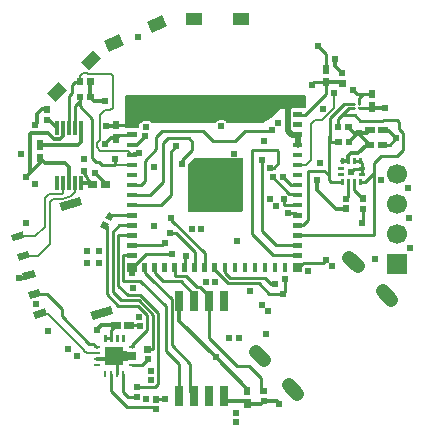
<source format=gtl>
G04 Layer: TopLayer*
G04 EasyEDA v6.5.5, 2022-05-23 17:46:57*
G04 b170b76dcbfd4e769ccdd405e25ecab7,c17a8ced473b4d519dda31697e0e54b6,10*
G04 Gerber Generator version 0.2*
G04 Scale: 100 percent, Rotated: No, Reflected: No *
G04 Dimensions in inches *
G04 leading zeros omitted , absolute positions ,3 integer and 6 decimal *
%FSLAX36Y36*%
%MOIN*%

%ADD10C,0.0084*%
%ADD11C,0.0100*%
%ADD12C,0.0120*%
%ADD13C,0.0080*%
%ADD14C,0.0060*%
%ADD15C,0.0124*%
%ADD16C,0.0140*%
%ADD17C,0.0104*%
%ADD18C,0.0184*%
%ADD19C,0.0144*%
%ADD20C,0.0070*%
%ADD21C,0.0240*%
%ADD27R,0.0280X0.0685*%
%ADD29R,0.0213X0.0223*%
%ADD30R,0.0236X0.0098*%
%ADD31R,0.0098X0.0236*%
%ADD32R,0.0591X0.0591*%
%ADD33R,0.0213X0.0311*%
%ADD34R,0.0118X0.0512*%
%ADD38C,0.0079*%
%ADD40R,0.0669X0.0669*%
%ADD41C,0.0669*%
%ADD42C,0.0472*%

%LPD*%
G36*
X-31220Y481920D02*
G01*
X-32740Y482200D01*
X-34040Y483060D01*
X-34920Y484360D01*
X-35240Y485880D01*
X-35880Y548400D01*
X-35500Y550560D01*
X-35500Y588180D01*
X-35200Y589720D01*
X-34320Y591020D01*
X-33040Y591880D01*
X-31500Y592180D01*
X561240Y592180D01*
X562780Y591880D01*
X564080Y591020D01*
X565280Y589800D01*
X566020Y588780D01*
X566420Y587580D01*
X566400Y552240D01*
X566100Y550700D01*
X565220Y549400D01*
X564620Y548800D01*
X563360Y547940D01*
X561840Y547640D01*
X480020Y546600D01*
X479260Y546280D01*
X461920Y523060D01*
X460900Y522100D01*
X425000Y498640D01*
X423960Y498160D01*
X422819Y497980D01*
X306560Y497840D01*
X305300Y498040D01*
X304160Y498640D01*
X303280Y499540D01*
X301600Y501960D01*
X298860Y504680D01*
X295700Y506900D01*
X292180Y508540D01*
X288460Y509540D01*
X284600Y509880D01*
X280740Y509540D01*
X277020Y508540D01*
X273500Y506900D01*
X270340Y504680D01*
X267600Y501960D01*
X265880Y499500D01*
X265000Y498579D01*
X263880Y498000D01*
X262620Y497800D01*
X102320Y497580D01*
X55020Y497180D01*
X53740Y497380D01*
X52600Y497960D01*
X48860Y501780D01*
X45700Y504000D01*
X42180Y505640D01*
X38460Y506640D01*
X34600Y506980D01*
X30740Y506640D01*
X27020Y505640D01*
X23500Y504000D01*
X20339Y501780D01*
X17600Y499060D01*
X16359Y497640D01*
X15240Y497040D01*
X14000Y496840D01*
X9520Y496800D01*
X9120Y496400D01*
X9380Y486280D01*
X9120Y484720D01*
X8260Y483380D01*
X6959Y482480D01*
X5420Y482160D01*
G37*

%LPD*%
G36*
X176200Y203380D02*
G01*
X174660Y203700D01*
X173380Y204560D01*
X172500Y205859D01*
X172200Y207380D01*
X172200Y349400D01*
X172580Y351079D01*
X173740Y353600D01*
X174740Y357340D01*
X175080Y361260D01*
X175300Y362960D01*
X176240Y364420D01*
X194020Y382220D01*
X195320Y383080D01*
X196860Y383380D01*
X352700Y383380D01*
X354240Y383080D01*
X355520Y382220D01*
X356400Y380920D01*
X356700Y379380D01*
X356700Y207380D01*
X356400Y205859D01*
X355520Y204560D01*
X354240Y203700D01*
X352700Y203380D01*
G37*

%LPD*%
G36*
X-52600Y-293620D02*
G01*
X-54140Y-293300D01*
X-55420Y-292440D01*
X-56300Y-291140D01*
X-56600Y-289620D01*
X-56600Y-266620D01*
X-56300Y-265080D01*
X-55420Y-263780D01*
X-54140Y-262920D01*
X-52600Y-262620D01*
X-29000Y-262620D01*
X-27020Y-263060D01*
X-24540Y-263340D01*
X-4020Y-263340D01*
X-2500Y-263640D01*
X-1220Y-264500D01*
X-340Y-265760D01*
X-20Y-267280D01*
X320Y-288100D01*
X20Y-289640D01*
X-840Y-290960D01*
X-2140Y-291840D01*
X-3680Y-292160D01*
X-24540Y-292160D01*
X-27020Y-292440D01*
X-29660Y-293380D01*
X-31000Y-293620D01*
G37*

%LPD*%
G36*
X198260Y380400D02*
G01*
X174640Y356780D01*
X174640Y333160D01*
X221880Y333160D01*
X221880Y380400D01*
G37*
D11*
X-144560Y293199D02*
G01*
X-162399Y311039D01*
X-162399Y319399D01*
X-172399Y329399D01*
X-172399Y337899D01*
D12*
X-356724Y-7703D02*
G01*
X-367521Y-18500D01*
X-389600Y-18500D01*
X-334899Y492099D02*
G01*
X-329700Y497299D01*
X-329700Y527699D01*
X-313659Y543739D01*
X-295799Y543739D01*
X-242590Y483319D02*
G01*
X-242590Y454209D01*
X-252399Y444399D01*
X-272899Y444399D01*
X-292899Y464399D01*
X-349399Y464399D01*
X-353464Y460334D01*
X-353464Y332934D01*
X-262269Y483319D02*
G01*
X-288609Y509659D01*
X-295799Y509659D01*
X-320299Y382439D02*
G01*
X-301760Y363899D01*
X-235600Y363899D01*
X-222899Y351199D01*
X-222899Y298279D01*
X-367500Y318899D02*
G01*
X-320299Y366099D01*
X-320299Y382439D01*
D10*
X-71180Y358729D02*
G01*
X-112680Y358629D01*
X-122380Y368329D01*
X-132280Y368329D01*
X-145280Y381329D01*
X-145280Y513129D01*
X-186180Y553929D01*
X-186180Y584429D01*
D13*
X-12370Y358759D02*
G01*
X-71180Y358759D01*
D14*
X-77579Y655729D02*
G01*
X-77579Y549719D01*
X-85600Y541699D01*
X-103100Y541699D01*
X-120500Y524299D01*
X-120500Y442899D01*
X-129799Y433599D01*
X-129799Y417999D01*
X-118299Y406499D01*
X-26649Y406499D01*
X-12370Y392219D01*
X-186080Y636729D02*
G01*
X-186080Y655729D01*
X-176080Y665729D01*
X-164080Y665729D01*
X-159080Y660729D01*
X-82579Y660729D01*
X-77579Y655729D01*
D15*
X-152079Y584429D02*
G01*
X-138980Y571329D01*
X-101279Y571329D01*
D11*
X-186139Y584399D02*
G01*
X-186139Y572159D01*
X-203220Y555079D01*
X-203220Y483319D01*
X-222889Y483319D02*
G01*
X-222889Y588209D01*
X-213900Y597199D01*
X-213900Y625000D01*
X-202200Y636699D01*
X-186040Y636699D01*
D12*
X-320299Y425359D02*
G01*
X-191940Y425359D01*
X-183530Y433769D01*
X-183530Y483319D01*
X-144560Y293199D02*
G01*
X-149639Y298279D01*
X-183519Y298279D01*
D13*
X-242590Y298279D02*
G01*
X-242590Y266109D01*
X-247500Y261199D01*
X-290600Y261199D01*
X-304099Y247699D01*
X-304099Y152699D01*
X-335834Y120964D01*
X-393609Y120964D01*
X-203180Y298329D02*
G01*
X-203180Y267929D01*
X-215280Y255929D01*
X-223999Y252799D01*
X-246080Y245729D01*
X-276480Y245729D01*
X-286880Y235329D01*
X-286880Y96829D01*
X-327079Y56629D01*
X-375180Y56629D01*
X-131080Y-267970D02*
G01*
X-164579Y-267970D01*
X-171379Y-261070D01*
X-171379Y-256370D01*
X-291379Y-136370D01*
X-319780Y-136370D01*
D10*
X-131080Y-248270D02*
G01*
X-142879Y-236370D01*
X-155979Y-236370D01*
X-246180Y-146170D01*
X-246180Y-120670D01*
X-294780Y-72070D01*
X-338280Y-72070D01*
D16*
X-152079Y584429D02*
G01*
X-151980Y636729D01*
D10*
X144219Y-410870D02*
G01*
X142920Y-409570D01*
X142920Y-305170D01*
X99319Y-261570D01*
X99319Y-110770D01*
X15119Y-26570D01*
X-41580Y-26570D01*
X-41580Y-13370D01*
D17*
X-12371Y16238D02*
G01*
X32588Y61199D01*
X120100Y61199D01*
X-12380Y224929D02*
G01*
X84819Y224929D01*
X117619Y257729D01*
X117619Y402829D01*
X135320Y420529D01*
X152920Y361229D02*
G01*
X152920Y374429D01*
X188519Y410029D01*
X188519Y435529D01*
X175519Y448529D01*
X105519Y448529D01*
X89520Y432529D01*
X89520Y302029D01*
X45919Y258329D01*
X-12380Y258329D01*
D10*
X118620Y182429D02*
G01*
X118620Y176129D01*
X229719Y65029D01*
X229719Y16229D01*
D15*
X372020Y-437370D02*
G01*
X361920Y-427170D01*
X294219Y-427170D01*
X294219Y-410870D01*
D10*
X194219Y-96270D02*
G01*
X194219Y-73070D01*
X150119Y-28870D01*
X90219Y-28870D01*
X62420Y-1170D01*
X62420Y16229D01*
X-12947Y-307269D02*
G01*
X21471Y-307269D01*
X39099Y-289640D01*
X-42547Y-336859D02*
G01*
X-42547Y-399298D01*
X-26905Y-414940D01*
X2899Y-414940D01*
D15*
X708320Y371329D02*
G01*
X708220Y390129D01*
X716019Y397929D01*
X741620Y397929D01*
X768819Y425129D01*
X779319Y425129D01*
X688670Y371349D02*
G01*
X708360Y371349D01*
D10*
X757618Y246868D02*
G01*
X728040Y276446D01*
X728040Y302449D01*
X701401Y246739D02*
G01*
X708360Y253696D01*
X708360Y302449D01*
X877820Y502229D02*
G01*
X872020Y508029D01*
X824819Y508029D01*
X823320Y506529D01*
X747319Y506529D01*
X728819Y524929D01*
X687020Y524929D01*
X673760Y484699D02*
G01*
X673760Y511657D01*
X709131Y547029D01*
X727427Y547029D01*
X538819Y291829D02*
G01*
X515718Y291829D01*
X490399Y317148D01*
X490399Y318799D01*
D11*
X-65379Y447669D02*
G01*
X-53900Y459149D01*
X-12370Y459149D01*
D10*
X538819Y191429D02*
G01*
X530949Y199299D01*
X508699Y199299D01*
X-81880Y-336870D02*
G01*
X-81880Y-393970D01*
X-28879Y-446970D01*
X67020Y-446970D01*
X67020Y-456070D01*
X-87280Y186256D02*
G01*
X-82097Y191439D01*
X-12370Y191439D01*
X98000Y-422700D02*
G01*
X95801Y-422700D01*
X95001Y-421900D01*
X91738Y-421959D01*
X66998Y-421959D01*
X96199Y98999D02*
G01*
X88239Y91039D01*
X-12370Y91039D01*
D15*
X688400Y630359D02*
G01*
X684989Y633769D01*
X634120Y633769D01*
D17*
X588000Y626399D02*
G01*
X595370Y633769D01*
X634120Y633769D01*
X-12371Y425689D02*
G01*
X1090Y425689D01*
X29799Y454399D01*
D10*
X421319Y376529D02*
G01*
X421319Y138129D01*
X468320Y91029D01*
X538819Y91029D01*
D17*
X-65379Y490589D02*
G01*
X-63350Y492619D01*
X-12370Y492619D01*
D15*
X-131049Y-287640D02*
G01*
X-81840Y-287640D01*
X-71999Y-277800D01*
X-65379Y490628D02*
G01*
X-67509Y488499D01*
X-98800Y488499D01*
D10*
X162827Y16238D02*
G01*
X162827Y52127D01*
X167100Y56399D01*
X113800Y133299D02*
G01*
X113800Y132430D01*
X134020Y132430D01*
X196319Y70130D01*
X196319Y16229D01*
X497500Y-20000D02*
G01*
X497500Y-63000D01*
X489200Y-71300D01*
X489200Y-71300D02*
G01*
X445200Y-71300D01*
X409399Y-35500D01*
X306400Y-35500D01*
X263220Y7679D01*
X263220Y16239D01*
X464020Y-38670D02*
G01*
X451120Y-38670D01*
X431419Y-18970D01*
X314920Y-18970D01*
X296719Y-770D01*
X296719Y16229D01*
X244219Y-96270D02*
G01*
X244219Y-78770D01*
X213620Y-48170D01*
X202420Y-48170D01*
X166920Y-12670D01*
X129319Y-12670D01*
X129319Y16229D01*
X425420Y-394930D02*
G01*
X415799Y-385310D01*
X415799Y-349700D01*
X377200Y-311100D01*
X338000Y-311100D01*
X244219Y-217320D01*
X244219Y-96280D01*
D18*
X538810Y425689D02*
G01*
X538810Y459149D01*
X538810Y459149D02*
G01*
X519049Y459149D01*
X505500Y472699D01*
X505500Y559389D01*
X497470Y567419D01*
D10*
X747719Y302429D02*
G01*
X762920Y302429D01*
X793019Y332529D01*
X793019Y364529D01*
X815919Y387429D01*
X869319Y387429D01*
X891319Y409429D01*
X891319Y466729D01*
X877820Y480229D01*
X877820Y502229D01*
D17*
X752650Y327059D02*
G01*
X752650Y346739D01*
X728040Y371349D02*
G01*
X747730Y371349D01*
X747730Y371349D02*
G01*
X752650Y366429D01*
X752650Y346739D01*
X752650Y346739D02*
G01*
X728040Y346739D01*
X718199Y336899D01*
X538810Y16239D02*
G01*
X541940Y16239D01*
X559300Y33599D01*
X624076Y33599D01*
X632226Y41749D01*
X634121Y676690D02*
G01*
X634121Y728777D01*
X607500Y755399D01*
D10*
X787100Y552039D02*
G01*
X782089Y547029D01*
X743170Y547029D01*
X743170Y562769D02*
G01*
X743170Y582269D01*
X755860Y594959D01*
X787100Y594959D01*
X724899Y607799D02*
G01*
X737740Y594959D01*
X787100Y594959D01*
X754300Y166299D02*
G01*
X757619Y169619D01*
X757619Y212789D01*
D19*
X144219Y-96280D02*
G01*
X144219Y-160820D01*
X265399Y-282000D01*
X265399Y-282000D02*
G01*
X372020Y-388620D01*
X372020Y-394410D01*
X-101639Y293199D02*
G01*
X-101639Y297989D01*
X-135379Y331729D01*
D10*
X39120Y-255570D02*
G01*
X57020Y-255570D01*
X57020Y-139670D01*
X9620Y-92270D01*
X-48379Y-92270D01*
X-77280Y-63570D01*
X-77280Y136129D01*
X-55379Y157929D01*
X-12380Y157929D01*
D17*
X-23339Y-175800D02*
G01*
X11300Y-175800D01*
X12500Y-177000D01*
D10*
X822259Y425099D02*
G01*
X846199Y425099D01*
X868400Y447299D01*
X823639Y474869D02*
G01*
X840829Y474869D01*
X868400Y447299D01*
X-62240Y-336860D02*
G01*
X-62240Y-287560D01*
X-71999Y-277800D01*
X793019Y332529D02*
G01*
X793019Y125229D01*
X548819Y125229D01*
D17*
X634120Y633729D02*
G01*
X634120Y596529D01*
X563720Y526129D01*
X538819Y526129D01*
D10*
X-101610Y-218750D02*
G01*
X-81920Y-218750D01*
X-81920Y-218750D02*
G01*
X-81920Y-191460D01*
X-66260Y-175800D01*
D15*
X-131099Y-192000D02*
G01*
X-114899Y-175800D01*
X-66260Y-175800D01*
X710039Y434499D02*
G01*
X741040Y465499D01*
X743400Y465499D01*
X707839Y484699D02*
G01*
X727039Y465499D01*
X743400Y465499D01*
X780720Y474869D02*
G01*
X771350Y465499D01*
X743400Y465499D01*
X779340Y425099D02*
G01*
X743400Y461039D01*
X743400Y465499D01*
X787100Y552039D02*
G01*
X792139Y546999D01*
X828900Y546999D01*
X688398Y664439D02*
G01*
X663900Y688938D01*
X663900Y711999D01*
X478599Y-438200D02*
G01*
X469409Y-429010D01*
X425420Y-429010D01*
X425420Y-429010D02*
G01*
X417100Y-437330D01*
X372020Y-437330D01*
X701400Y212659D02*
G01*
X666639Y212659D01*
X603000Y276299D01*
X603000Y309599D01*
X-101599Y427599D02*
G01*
X-81530Y447669D01*
X-65379Y447669D01*
D10*
X2920Y-380870D02*
G01*
X64219Y-380870D01*
X74719Y-370370D01*
X74719Y-135470D01*
X14520Y-75270D01*
X-27179Y-75270D01*
X-58779Y-43670D01*
X-58779Y124529D01*
X-12380Y124529D01*
X53800Y-24200D02*
G01*
X29020Y-1870D01*
X29020Y16229D01*
X194219Y-410870D02*
G01*
X181220Y-397870D01*
X181220Y-304370D01*
X119219Y-242370D01*
X119219Y-89170D01*
X55219Y-25170D01*
X42619Y-13470D01*
X538819Y224930D02*
G01*
X494700Y224930D01*
X494700Y243999D01*
X638819Y328729D02*
G01*
X627319Y340229D01*
X574819Y340229D01*
X574819Y176529D01*
X558419Y158429D01*
X538819Y157929D01*
X538819Y258328D02*
G01*
X538819Y263328D01*
X510870Y263328D01*
X456000Y318199D01*
X-41580Y-13370D02*
G01*
X-41599Y57500D01*
X-12380Y57529D01*
X-12979Y-248170D02*
G01*
X-12979Y-240370D01*
X36920Y-190470D01*
X36920Y-140570D01*
X6520Y-110170D01*
X-58379Y-110170D01*
X-97879Y-70670D01*
X-97879Y156729D01*
X-104279Y156729D01*
X-12370Y392219D02*
G01*
X-7290Y397299D01*
X11099Y397299D01*
X-68500Y378999D02*
G01*
X-71180Y376319D01*
X-71180Y358759D01*
D17*
X445699Y350199D02*
G01*
X459299Y350199D01*
X474898Y365799D01*
X474898Y405299D01*
X470895Y409300D01*
X386899Y409300D01*
X386899Y128699D01*
X458019Y57579D01*
X538810Y57579D01*
X452719Y476629D02*
G01*
X446620Y470529D01*
X362319Y470529D01*
X329219Y437429D01*
X256819Y437429D01*
X223720Y470529D01*
X86719Y470529D01*
X66719Y450529D01*
X66719Y410929D01*
X28819Y373029D01*
X28819Y304129D01*
X16520Y291829D01*
X-12380Y291829D01*
D20*
X538810Y358759D02*
G01*
X565860Y358759D01*
X583400Y376299D01*
X583400Y495299D01*
X597399Y509299D01*
D10*
X727420Y562729D02*
G01*
X693320Y562729D01*
X645519Y514929D01*
X645519Y434529D01*
X675919Y434529D01*
X688620Y302429D02*
G01*
X651920Y302429D01*
X644319Y310029D01*
X644319Y450729D01*
X645519Y461729D01*
D20*
X597398Y509300D02*
G01*
X619697Y509300D01*
X660100Y549701D01*
X660100Y598999D01*
G36*
X-28119Y583169D02*
G01*
X3379Y583169D01*
X3379Y551669D01*
X-28119Y551669D01*
G37*
G36*
X-28119Y31989D02*
G01*
X3379Y31989D01*
X3379Y489D01*
X-28119Y489D01*
G37*
G36*
X523059Y583169D02*
G01*
X554560Y583169D01*
X554560Y551669D01*
X523059Y551669D01*
G37*
G36*
X523059Y31989D02*
G01*
X554560Y31989D01*
X554560Y489D01*
X523059Y489D01*
G37*
G36*
X-28119Y533954D02*
G01*
X3379Y533954D01*
X3379Y518204D01*
X-28119Y518204D01*
G37*
G36*
X-28119Y500494D02*
G01*
X3379Y500494D01*
X3379Y484744D01*
X-28119Y484744D01*
G37*
G36*
X-28119Y467024D02*
G01*
X3379Y467024D01*
X3379Y451274D01*
X-28119Y451274D01*
G37*
G36*
X-28119Y433564D02*
G01*
X3379Y433564D01*
X3379Y417814D01*
X-28119Y417814D01*
G37*
G36*
X-28119Y400094D02*
G01*
X3379Y400094D01*
X3379Y384344D01*
X-28119Y384344D01*
G37*
G36*
X-28119Y366634D02*
G01*
X3379Y366634D01*
X3379Y350884D01*
X-28119Y350884D01*
G37*
G36*
X-28119Y333164D02*
G01*
X3379Y333164D01*
X3379Y317414D01*
X-28119Y317414D01*
G37*
G36*
X-28119Y299704D02*
G01*
X3379Y299704D01*
X3379Y283954D01*
X-28119Y283954D01*
G37*
G36*
X-28119Y266244D02*
G01*
X3379Y266244D01*
X3379Y250494D01*
X-28119Y250494D01*
G37*
G36*
X-28119Y232774D02*
G01*
X3379Y232774D01*
X3379Y217024D01*
X-28119Y217024D01*
G37*
G36*
X-28119Y199314D02*
G01*
X3379Y199314D01*
X3379Y183564D01*
X-28119Y183564D01*
G37*
G36*
X-28119Y165844D02*
G01*
X3379Y165844D01*
X3379Y150094D01*
X-28119Y150094D01*
G37*
G36*
X-28119Y132384D02*
G01*
X3379Y132384D01*
X3379Y116634D01*
X-28119Y116634D01*
G37*
G36*
X-28119Y98914D02*
G01*
X3379Y98914D01*
X3379Y83164D01*
X-28119Y83164D01*
G37*
G36*
X-28119Y65454D02*
G01*
X3379Y65454D01*
X3379Y49704D01*
X-28119Y49704D01*
G37*
G36*
X21090Y31989D02*
G01*
X36840Y31989D01*
X36840Y489D01*
X21090Y489D01*
G37*
G36*
X54560Y31989D02*
G01*
X70309Y31989D01*
X70309Y489D01*
X54560Y489D01*
G37*
G36*
X88019Y31989D02*
G01*
X103770Y31989D01*
X103770Y489D01*
X88019Y489D01*
G37*
G36*
X121490Y31989D02*
G01*
X137240Y31989D01*
X137240Y489D01*
X121490Y489D01*
G37*
G36*
X154949Y31989D02*
G01*
X170699Y31989D01*
X170699Y489D01*
X154949Y489D01*
G37*
G36*
X188419Y31989D02*
G01*
X204160Y31989D01*
X204160Y489D01*
X188419Y489D01*
G37*
G36*
X221880Y31989D02*
G01*
X237629Y31989D01*
X237629Y489D01*
X221880Y489D01*
G37*
G36*
X255349Y31989D02*
G01*
X271090Y31989D01*
X271090Y489D01*
X255349Y489D01*
G37*
G36*
X288810Y31989D02*
G01*
X304560Y31989D01*
X304560Y489D01*
X288810Y489D01*
G37*
G36*
X322280Y31989D02*
G01*
X338019Y31989D01*
X338019Y489D01*
X322280Y489D01*
G37*
G36*
X355739Y31989D02*
G01*
X371490Y31989D01*
X371490Y489D01*
X355739Y489D01*
G37*
G36*
X389200Y31989D02*
G01*
X404949Y31989D01*
X404949Y489D01*
X389200Y489D01*
G37*
G36*
X422669Y31989D02*
G01*
X438419Y31989D01*
X438419Y489D01*
X422669Y489D01*
G37*
G36*
X456130Y31989D02*
G01*
X471880Y31989D01*
X471880Y489D01*
X456130Y489D01*
G37*
G36*
X489600Y31989D02*
G01*
X505349Y31989D01*
X505349Y489D01*
X489600Y489D01*
G37*
G36*
X523059Y65454D02*
G01*
X554560Y65454D01*
X554560Y49704D01*
X523059Y49704D01*
G37*
G36*
X523059Y98914D02*
G01*
X554560Y98914D01*
X554560Y83164D01*
X523059Y83164D01*
G37*
G36*
X523059Y132384D02*
G01*
X554560Y132384D01*
X554560Y116634D01*
X523059Y116634D01*
G37*
G36*
X523059Y165844D02*
G01*
X554560Y165844D01*
X554560Y150094D01*
X523059Y150094D01*
G37*
G36*
X523059Y199314D02*
G01*
X554560Y199314D01*
X554560Y183564D01*
X523059Y183564D01*
G37*
G36*
X523059Y232774D02*
G01*
X554560Y232774D01*
X554560Y217024D01*
X523059Y217024D01*
G37*
G36*
X523059Y266244D02*
G01*
X554560Y266244D01*
X554560Y250494D01*
X523059Y250494D01*
G37*
G36*
X523059Y299704D02*
G01*
X554560Y299704D01*
X554560Y283954D01*
X523059Y283954D01*
G37*
G36*
X523059Y333164D02*
G01*
X554560Y333164D01*
X554560Y317414D01*
X523059Y317414D01*
G37*
G36*
X523059Y366634D02*
G01*
X554560Y366634D01*
X554560Y350884D01*
X523059Y350884D01*
G37*
G36*
X523059Y400094D02*
G01*
X554560Y400094D01*
X554560Y384344D01*
X523059Y384344D01*
G37*
G36*
X523059Y433564D02*
G01*
X554560Y433564D01*
X554560Y417814D01*
X523059Y417814D01*
G37*
G36*
X523059Y467024D02*
G01*
X554560Y467024D01*
X554560Y451274D01*
X523059Y451274D01*
G37*
G36*
X523059Y500494D02*
G01*
X554560Y500494D01*
X554560Y484744D01*
X523059Y484744D01*
G37*
G36*
X523059Y533954D02*
G01*
X554560Y533954D01*
X554560Y518204D01*
X523059Y518204D01*
G37*
G36*
X489600Y583169D02*
G01*
X505349Y583169D01*
X505349Y551669D01*
X489600Y551669D01*
G37*
G36*
X456130Y583169D02*
G01*
X471880Y583169D01*
X471880Y551669D01*
X456130Y551669D01*
G37*
G36*
X422669Y583169D02*
G01*
X438419Y583169D01*
X438419Y551669D01*
X422669Y551669D01*
G37*
G36*
X389200Y583169D02*
G01*
X404949Y583169D01*
X404949Y551669D01*
X389200Y551669D01*
G37*
G36*
X355739Y583169D02*
G01*
X371490Y583169D01*
X371490Y551669D01*
X355739Y551669D01*
G37*
G36*
X322280Y583169D02*
G01*
X338019Y583169D01*
X338019Y551669D01*
X322280Y551669D01*
G37*
G36*
X288810Y583169D02*
G01*
X304560Y583169D01*
X304560Y551669D01*
X288810Y551669D01*
G37*
G36*
X255349Y583169D02*
G01*
X271090Y583169D01*
X271090Y551669D01*
X255349Y551669D01*
G37*
G36*
X221880Y583169D02*
G01*
X237629Y583169D01*
X237629Y551669D01*
X221880Y551669D01*
G37*
G36*
X188419Y583169D02*
G01*
X204160Y583169D01*
X204160Y551669D01*
X188419Y551669D01*
G37*
G36*
X154949Y583169D02*
G01*
X170699Y583169D01*
X170699Y551669D01*
X154949Y551669D01*
G37*
G36*
X121490Y583169D02*
G01*
X137240Y583169D01*
X137240Y551669D01*
X121490Y551669D01*
G37*
G36*
X88019Y583169D02*
G01*
X103770Y583169D01*
X103770Y551669D01*
X88019Y551669D01*
G37*
G36*
X54560Y583169D02*
G01*
X70309Y583169D01*
X70309Y551669D01*
X54560Y551669D01*
G37*
G36*
X21090Y583169D02*
G01*
X36840Y583169D01*
X36840Y551669D01*
X21090Y551669D01*
G37*
G36*
X239600Y315449D02*
G01*
X286840Y315449D01*
X286840Y268209D01*
X239600Y268209D01*
G37*
G36*
X239600Y380409D02*
G01*
X286840Y380409D01*
X286840Y333169D01*
X239600Y333169D01*
G37*
G36*
X304560Y380409D02*
G01*
X351800Y380409D01*
X351800Y333169D01*
X304560Y333169D01*
G37*
G36*
X304560Y315449D02*
G01*
X351800Y315449D01*
X351800Y268209D01*
X304560Y268209D01*
G37*
G36*
X304560Y250489D02*
G01*
X351800Y250489D01*
X351800Y203249D01*
X304560Y203249D01*
G37*
G36*
X239600Y250489D02*
G01*
X286840Y250489D01*
X286840Y203249D01*
X239600Y203249D01*
G37*
G36*
X174639Y250489D02*
G01*
X221880Y250489D01*
X221880Y203249D01*
X174639Y203249D01*
G37*
G36*
X174639Y315449D02*
G01*
X221880Y315449D01*
X221880Y268209D01*
X174639Y268209D01*
G37*
G36*
X-179562Y224334D02*
G01*
X-247685Y204799D01*
X-255284Y231292D01*
X-187156Y250828D01*
G37*
G36*
X-75924Y-137087D02*
G01*
X-144049Y-156622D01*
X-151647Y-130130D01*
X-83522Y-110595D01*
G37*
G36*
X-352992Y50706D02*
G01*
X-390837Y39854D01*
X-397346Y62559D01*
X-359502Y73412D01*
G37*
G36*
X-334543Y-13630D02*
G01*
X-372388Y-24483D01*
X-378897Y-1777D01*
X-341054Y9075D01*
G37*
G36*
X-316098Y-77958D02*
G01*
X-353942Y-88810D01*
X-360452Y-66106D01*
X-322608Y-55253D01*
G37*
G36*
X-297649Y-142295D02*
G01*
X-335493Y-153148D01*
X-342006Y-130442D01*
X-304160Y-119589D01*
G37*
G36*
X-371437Y115034D02*
G01*
X-409282Y104181D01*
X-415792Y126886D01*
X-377947Y137740D01*
G37*
D27*
G01*
X294219Y-96280D03*
G01*
X244219Y-96280D03*
G01*
X194219Y-96280D03*
G01*
X144219Y-96280D03*
G01*
X144219Y-410870D03*
G01*
X194219Y-410870D03*
G01*
X244219Y-410870D03*
G01*
X294219Y-410870D03*
G36*
X698905Y423869D02*
G01*
X698905Y445129D01*
X721175Y445129D01*
X721175Y423869D01*
G37*
G36*
X687093Y423869D02*
G01*
X687093Y445129D01*
X664825Y445129D01*
X664825Y423869D01*
G37*
G36*
X696706Y474069D02*
G01*
X696706Y495329D01*
X718975Y495329D01*
X718975Y474069D01*
G37*
G36*
X684894Y474069D02*
G01*
X684894Y495329D01*
X662624Y495329D01*
X662624Y474069D01*
G37*
G36*
X-163194Y573769D02*
G01*
X-163194Y595029D01*
X-140924Y595029D01*
X-140924Y573769D01*
G37*
G36*
X-175006Y573769D02*
G01*
X-175006Y595029D01*
X-197274Y595029D01*
X-197274Y573769D01*
G37*
G36*
X-163094Y626069D02*
G01*
X-163094Y647329D01*
X-140825Y647329D01*
X-140825Y626069D01*
G37*
G36*
X-174906Y626069D02*
G01*
X-174906Y647329D01*
X-197174Y647329D01*
X-197174Y626069D01*
G37*
G36*
X77629Y-433094D02*
G01*
X56369Y-433094D01*
X56369Y-410825D01*
X77629Y-410825D01*
G37*
D29*
G01*
X66999Y-456040D03*
D30*
G01*
X-12950Y-307270D03*
G01*
X-12950Y-287580D03*
G01*
X-12950Y-267900D03*
G01*
X-12950Y-248210D03*
G36*
X-47475Y-206934D02*
G01*
X-37632Y-206934D01*
X-37632Y-230556D01*
X-47475Y-230556D01*
G37*
G36*
X-67160Y-206934D02*
G01*
X-57317Y-206934D01*
X-57317Y-230556D01*
X-67160Y-230556D01*
G37*
G36*
X-86845Y-206935D02*
G01*
X-77003Y-206935D01*
X-77003Y-230557D01*
X-86845Y-230557D01*
G37*
G36*
X-106530Y-206934D02*
G01*
X-96688Y-206934D01*
X-96688Y-230556D01*
X-106530Y-230556D01*
G37*
G01*
X-131059Y-248270D03*
G01*
X-131059Y-267960D03*
G01*
X-131059Y-287640D03*
G01*
X-131059Y-307270D03*
D31*
G01*
X-101610Y-336860D03*
G01*
X-81920Y-336860D03*
G01*
X-62240Y-336860D03*
G01*
X-42550Y-336860D03*
D32*
G01*
X-71999Y-277800D03*
G36*
X-76009Y463223D02*
G01*
X-54750Y463223D01*
X-54750Y432117D01*
X-76009Y432117D01*
G37*
D33*
G01*
X-65379Y490589D03*
D34*
G01*
X-183530Y483319D03*
G01*
X-203220Y483319D03*
G01*
X-222889Y483319D03*
G01*
X-242590Y483319D03*
G01*
X-262269Y483319D03*
G01*
X-262259Y298279D03*
G01*
X-242590Y298279D03*
G01*
X-222899Y298279D03*
G01*
X-203220Y298279D03*
G01*
X-183519Y298279D03*
G36*
X644750Y661135D02*
G01*
X623490Y661135D01*
X623490Y692241D01*
X644750Y692241D01*
G37*
D33*
G01*
X634120Y633769D03*
G36*
X361390Y-421776D02*
G01*
X382650Y-421776D01*
X382650Y-452882D01*
X361390Y-452882D01*
G37*
G01*
X372020Y-394410D03*
G36*
X-129005Y303829D02*
G01*
X-129005Y282569D01*
X-160111Y282569D01*
X-160111Y303829D01*
G37*
G36*
X-117193Y303829D02*
G01*
X-117193Y282569D01*
X-86087Y282569D01*
X-86087Y303829D01*
G37*
G36*
X-309669Y409805D02*
G01*
X-330929Y409805D01*
X-330929Y440911D01*
X-309669Y440911D01*
G37*
G01*
X-320299Y382439D03*
G36*
X436049Y-406064D02*
G01*
X414790Y-406064D01*
X414790Y-383795D01*
X436049Y-383795D01*
G37*
D29*
G01*
X425420Y-429010D03*
G36*
X-285169Y532605D02*
G01*
X-306430Y532605D01*
X-306430Y554874D01*
X-285169Y554874D01*
G37*
G01*
X-295799Y509659D03*
G36*
X796274Y485499D02*
G01*
X796274Y464239D01*
X765168Y464239D01*
X765168Y485499D01*
G37*
G36*
X808086Y485499D02*
G01*
X808086Y464239D01*
X839192Y464239D01*
X839192Y485499D01*
G37*
G36*
X794894Y435729D02*
G01*
X794894Y414469D01*
X763788Y414469D01*
X763788Y435729D01*
G37*
G36*
X806706Y435729D02*
G01*
X806706Y414469D01*
X837812Y414469D01*
X837812Y435729D01*
G37*
G36*
X776469Y567593D02*
G01*
X797730Y567593D01*
X797730Y536487D01*
X776469Y536487D01*
G37*
D33*
G01*
X787100Y594959D03*
G36*
X677770Y641493D02*
G01*
X699030Y641493D01*
X699030Y619224D01*
X677770Y619224D01*
G37*
D29*
G01*
X688400Y664439D03*
G36*
X690770Y223793D02*
G01*
X712030Y223793D01*
X712030Y201524D01*
X690770Y201524D01*
G37*
G01*
X701400Y246739D03*
G36*
X768249Y235735D02*
G01*
X746989Y235735D01*
X746989Y258004D01*
X768249Y258004D01*
G37*
G01*
X757619Y212789D03*
G36*
X673909Y332571D02*
G01*
X693594Y332571D01*
X693594Y321547D01*
X673909Y321547D01*
G37*
G36*
X673909Y352251D02*
G01*
X693594Y352251D01*
X693594Y341227D01*
X673909Y341227D01*
G37*
G36*
X683158Y381191D02*
G01*
X694182Y381191D01*
X694182Y361506D01*
X683158Y361506D01*
G37*
G36*
X702848Y381191D02*
G01*
X713872Y381191D01*
X713872Y361506D01*
X702848Y361506D01*
G37*
G36*
X722528Y381191D02*
G01*
X733551Y381191D01*
X733551Y361506D01*
X722528Y361506D01*
G37*
G36*
X742218Y381191D02*
G01*
X753242Y381191D01*
X753242Y361506D01*
X742218Y361506D01*
G37*
G36*
X742803Y352251D02*
G01*
X762488Y352251D01*
X762488Y341227D01*
X742803Y341227D01*
G37*
G36*
X742803Y332571D02*
G01*
X762488Y332571D01*
X762488Y321547D01*
X742803Y321547D01*
G37*
G36*
X742218Y312292D02*
G01*
X753242Y312292D01*
X753242Y292607D01*
X742218Y292607D01*
G37*
G36*
X722528Y312292D02*
G01*
X733551Y312292D01*
X733551Y292607D01*
X722528Y292607D01*
G37*
G36*
X702848Y312292D02*
G01*
X713872Y312292D01*
X713872Y292607D01*
X702848Y292607D01*
G37*
G36*
X683158Y312292D02*
G01*
X694182Y312292D01*
X694182Y292607D01*
X683158Y292607D01*
G37*
D38*
G01*
X743170Y562769D03*
G01*
X743170Y547029D03*
G01*
X727430Y562769D03*
G01*
X727430Y547029D03*
G36*
X49729Y-266694D02*
G01*
X28469Y-266694D01*
X28469Y-244425D01*
X49729Y-244425D01*
G37*
D29*
G01*
X39099Y-289640D03*
G36*
X13530Y-391994D02*
G01*
X-7730Y-391994D01*
X-7730Y-369725D01*
X13530Y-369725D01*
G37*
G01*
X2899Y-414940D03*
G36*
X-83640Y171299D02*
G01*
X-102052Y181929D01*
X-90918Y201214D01*
X-72506Y190584D01*
G37*
G36*
X-89547Y161069D02*
G01*
X-107959Y171699D01*
X-119093Y152414D01*
X-100681Y141784D01*
G37*
G36*
X-50706Y-165170D02*
G01*
X-50706Y-186430D01*
X-81811Y-186430D01*
X-81811Y-165170D01*
G37*
G36*
X-38894Y-165170D02*
G01*
X-38894Y-186430D01*
X-7788Y-186430D01*
X-7788Y-165170D01*
G37*
G36*
X53047Y799492D02*
G01*
X103400Y821910D01*
X87386Y857876D01*
X37034Y835458D01*
G37*
G36*
X-89020Y736239D02*
G01*
X-38666Y758657D01*
X-54678Y794623D01*
X-105032Y772205D01*
G37*
G36*
X322296Y825242D02*
G01*
X377415Y825242D01*
X377415Y864612D01*
X322296Y864612D01*
G37*
G36*
X166784Y825242D02*
G01*
X221903Y825242D01*
X221903Y864612D01*
X166784Y864612D01*
G37*
G36*
X-156253Y674307D02*
G01*
X-115942Y711899D01*
X-142793Y740692D01*
X-183104Y703102D01*
G37*
G36*
X-269988Y568249D02*
G01*
X-229678Y605838D01*
X-256527Y634633D01*
X-296838Y597043D01*
G37*
D40*
G01*
X870619Y29429D03*
D41*
G01*
X870619Y129429D03*
G01*
X870619Y229429D03*
G01*
X870619Y329429D03*
D21*
G01*
X-162759Y71409D03*
G01*
X-162759Y32039D03*
G01*
X-123389Y32039D03*
G01*
X-123389Y71409D03*
G01*
X-197799Y-277400D03*
G01*
X-225500Y-253100D03*
G01*
X120100Y61199D03*
G01*
X-135379Y331729D03*
G01*
X445699Y350199D03*
G01*
X421300Y376499D03*
G01*
X67899Y522500D03*
G01*
X61800Y353399D03*
G01*
X441809Y-128530D03*
G01*
X421279Y-106660D03*
G01*
X575000Y6799D03*
G01*
X344120Y-218570D03*
G01*
X311719Y-218670D03*
G01*
X233699Y-31600D03*
G01*
X264200Y-32000D03*
G01*
X50020Y-326570D03*
G01*
X50820Y-358070D03*
G01*
X-334799Y296799D03*
G01*
X-10479Y-50170D03*
G01*
X796019Y46129D03*
G01*
X913919Y83329D03*
G01*
X910320Y182329D03*
G01*
X905919Y280529D03*
G01*
X508699Y199299D03*
G01*
X494700Y243999D03*
G01*
X456000Y318199D03*
G01*
X490399Y318799D03*
G01*
X34600Y484799D03*
G01*
X446199Y245000D03*
G01*
X29799Y454399D03*
G01*
X379200Y-61500D03*
G01*
X817299Y308299D03*
G01*
X167100Y56399D03*
G01*
X186499Y144499D03*
G01*
X217200Y143899D03*
G01*
X98000Y-422700D03*
G01*
X96199Y98999D03*
G01*
X588000Y626399D03*
G01*
X7700Y784099D03*
G01*
X135299Y420499D03*
G01*
X452700Y476599D03*
G01*
X152899Y361199D03*
G01*
X38999Y522399D03*
G01*
X97200Y522199D03*
G01*
X127200Y522199D03*
G01*
X-98800Y488499D03*
G01*
X334700Y-468400D03*
G01*
X334300Y-498000D03*
G01*
X653270Y20449D03*
G01*
X632229Y41749D03*
G01*
X432680Y-206230D03*
G01*
X335420Y106029D03*
G01*
X60699Y156599D03*
G01*
X-171999Y377899D03*
G01*
X-382399Y394199D03*
G01*
X-365500Y164499D03*
G01*
X-71999Y-277800D03*
G01*
X-292399Y-195400D03*
G01*
X118599Y182399D03*
G01*
X113800Y133299D03*
G01*
X489200Y-71300D03*
G01*
X463999Y-38700D03*
G01*
X497500Y-20000D03*
G01*
X262700Y321199D03*
G01*
X623000Y544799D03*
G01*
X718199Y336899D03*
G01*
X326899Y395999D03*
G01*
X607500Y755399D03*
G01*
X724899Y607799D03*
G01*
X754300Y166299D03*
G01*
X265399Y-282000D03*
G01*
X12500Y-177000D03*
G01*
X868400Y447299D03*
G01*
X34700Y-422200D03*
G01*
X473699Y498499D03*
G01*
X614600Y363899D03*
G01*
X-131099Y-192000D03*
G01*
X743400Y465499D03*
G01*
X828900Y546999D03*
G01*
X663900Y711999D03*
G01*
X-101300Y571299D03*
G01*
X478599Y-438200D03*
G01*
X426000Y438999D03*
G01*
X603000Y309599D03*
G01*
X-101599Y427599D03*
G01*
X284600Y487699D03*
G01*
X467899Y222099D03*
G01*
X9300Y-147100D03*
G01*
X-68500Y378999D03*
G01*
X11099Y397299D03*
G01*
X660100Y598999D03*
G01*
X-367500Y318899D03*
G01*
X-12200Y-2400D03*
G01*
X-333800Y-104100D03*
G01*
X-334899Y492099D03*
G01*
X-389600Y-18500D03*
G01*
X-172399Y337899D03*
D42*
X711791Y48558D02*
G01*
X739629Y20720D01*
X823140Y-62801D02*
G01*
X850978Y-90639D01*
X398881Y-264341D02*
G01*
X426719Y-292179D01*
X510240Y-375701D02*
G01*
X538078Y-403539D01*
M02*

</source>
